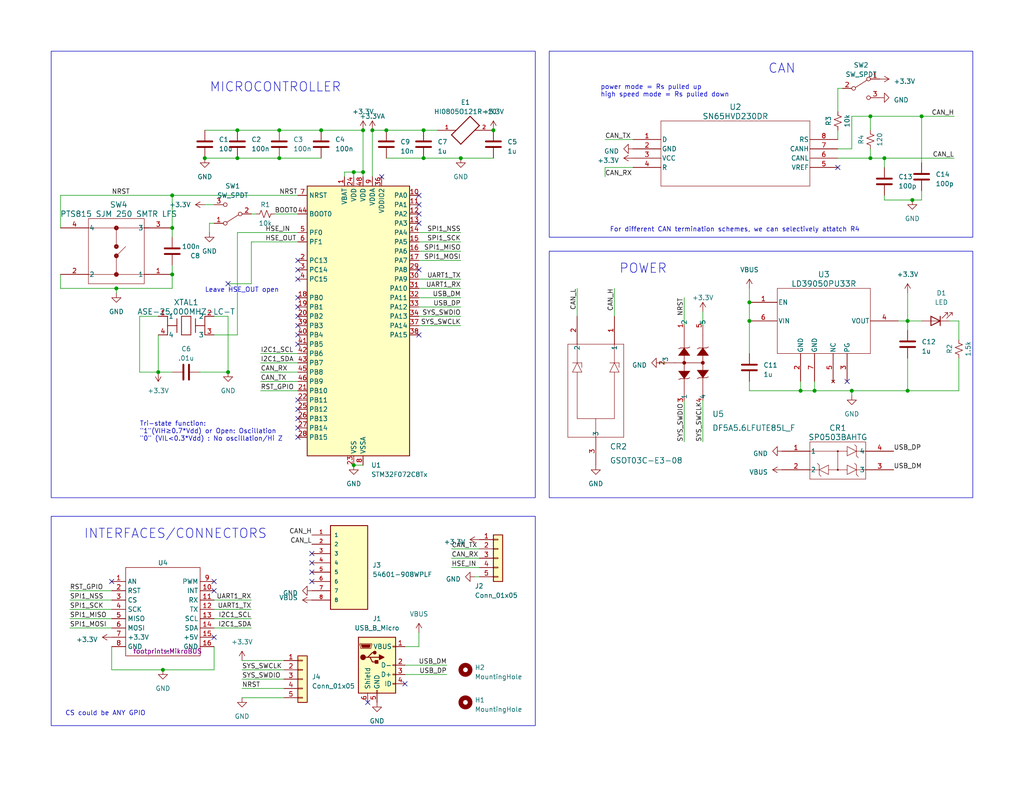
<source format=kicad_sch>
(kicad_sch (version 20230121) (generator eeschema)
  (paper "USLetter")
  (lib_symbols
    (symbol "2024-02-29_02-51-04:LD39050PU33R" (pin_names (offset 0.254))
      (property "Reference" "U3" (at 20.32 8.89 0))
      (property "Value" "LD39050PU33R" (at 20.32 6.35 0))
      (symbol "LD39050PU33R_1_1"
        (pin input line (at 0 1.27 0) (length 7.62) (name "EN") (number "1"))
        (pin power_in line (at 13.97 -20.32 90) (length 7.62) (name "GND") (number "2"))
        (pin power_in line (at 26.67 -20.32 90) (length 7.62) (name "PG") (number "3"))
        (pin output line (at 40.64 -3.81 180) (length 7.62) (name "VOUT") (number "4"))
        (pin no_connect line (at 22.86 -20.32 90) (length 7.62) (name "NC") (number "5"))
        (pin input line (at 0 -3.81 0) (length 7.62) (name "VIN") (number "6"))
        (pin power_in line (at 17.78 -20.32 90) (length 7.62) (name "GND") (number "7"))
      )
    )
    (symbol "2024-02-29_03-15-34:SP0503BAHTG" (pin_names (offset 0.254))
      (property "Reference" "CR" (at 15.24 7.62 0))
      (property "Value" "SP0503BAHTG" (at 15.24 5.08 0))
      (symbol "SP0503BAHTG_1_1"
        (pin unspecified line (at 0 0 0) (length 7.62) (name "1") (number "1"))
        (pin unspecified line (at 0 -5.08 0) (length 7.62) (name "2") (number "2"))
        (pin unspecified line (at 30.48 -5.08 180) (length 7.62) (name "3") (number "3"))
        (pin unspecified line (at 30.48 0 180) (length 7.62) (name "4") (number "4"))
      )
    )
    (symbol "2024-02-29_03-51-17:SN65HVD230DR" (pin_names (offset 0.254))
      (property "Reference" "U" (at 27.94 10.16 0))
      (property "Value" "SN65HVD230DR" (at 27.94 7.62 0))
      (symbol "SN65HVD230DR_1_1"
        (pin input line (at 0 0 0) (length 7.62) (name "D") (number "1"))
        (pin power_in line (at 0 -2.54 0) (length 7.62) (name "GND") (number "2"))
        (pin power_in line (at 0 -5.08 0) (length 7.62) (name "VCC") (number "3"))
        (pin input line (at 0 -7.62 0) (length 7.62) (name "R") (number "4"))
        (pin power_in line (at 55.88 -7.62 180) (length 7.62) (name "VREF") (number "5"))
        (pin output line (at 55.88 -5.08 180) (length 7.62) (name "CANL") (number "6"))
        (pin output line (at 55.88 -2.54 180) (length 7.62) (name "CANH") (number "7"))
        (pin input line (at 55.88 0 180) (length 7.62) (name "RS") (number "8"))
      )
    )
    (symbol "2024-03-01_20-51-15:ASE-25.000MHZ-LC-T" (pin_names (offset 0.254))
      (property "Reference" "XTAL" (at 7.62 2.54 0))
      (property "Value" "ASE-25.000MHZ-LC-T" (at 7.62 -7.62 0))
      (symbol "ASE-25.000MHZ-LC-T_0_1"
        (pin unspecified line (at 0 0 0) (length 2.54) (name "1") (number "1"))
        (pin unspecified line (at 15.24 0 180) (length 2.54) (name "2") (number "2"))
        (pin unspecified line (at 15.24 -5.08 180) (length 2.54) (name "3") (number "3"))
        (pin unspecified line (at 0 -5.08 0) (length 2.54) (name "4") (number "4"))
      )
    )
    (symbol "2024-03-30_20-00-54:GSOT03C-E3-08" (pin_names (offset 0.254))
      (property "Reference" "CR" (at 20.32 7.62 0))
      (property "Value" "GSOT03C-E3-08" (at 20.32 5.08 0))
      (symbol "GSOT03C-E3-08_0_1"
        (pin unspecified line (at 0 0 0) (length 7.62) (name "1") (number "1"))
        (pin unspecified line (at 0 -10.16 0) (length 7.62) (name "2") (number "2"))
        (pin unspecified line (at 40.64 -5.08 180) (length 7.62) (name "3") (number "3"))
      )
    )
    (symbol "2024-04-04_20-35-07:PTS815_SJM_250_SMTR_LFS" (pin_names (offset 0.254))
      (property "Reference" "SW" (at 30.48 -1.27 0))
      (property "Value" "PTS815 SJM 250 SMTR LFS" (at 30.48 -3.81 0))
      (symbol "PTS815_SJM_250_SMTR_LFS_0_1"
        (pin unspecified line (at 15.24 -8.89 0) (length 7.62) (name "1") (number "1"))
        (pin unspecified line (at 45.72 -8.89 180) (length 7.62) (name "2") (number "2"))
        (pin unspecified line (at 15.24 -21.59 0) (length 7.62) (name "3") (number "3"))
        (pin unspecified line (at 45.72 -21.59 180) (length 7.62) (name "4") (number "4"))
      )
    )
    (symbol "2024-04-04_22-53-06:DF5A5.6LFUTE85L_F" (pin_names (offset 0.254))
      (property "Reference" "U" (at 0 0 0))
      (property "Value" "DF5A5.6LFUTE85L_F" (at 0 0 0))
      (symbol "DF5A5.6LFUTE85L_F_0_1"
        (pin unspecified line (at -2.5146 -7.62 180) (length 0.0254) (name "2") (number "1"))
        (pin unspecified line (at 7.6454 -12.7 180) (length 0.0254) (name "3") (number "2"))
        (pin unspecified line (at 17.8054 -7.62 180) (length 0.0254) (name "1") (number "3"))
        (pin unspecified line (at 17.8054 -2.54 180) (length 0.0254) (name "4") (number "4"))
        (pin unspecified line (at -2.5146 -2.54 180) (length 0.0254) (name "5") (number "5"))
      )
    )
    (symbol "54601-908WPLF:54601-908WPLF" (pin_names (offset 1.016))
      (property "Reference" "J" (at -5.08 10.922 0))
      (property "Value" "54601-908WPLF" (at -5.08 -15.24 0))
      (symbol "54601-908WPLF_0_0"
        (pin passive line (at -10.16 7.62 0) (length 5.08) (name "1") (number "1"))
        (pin passive line (at -10.16 5.08 0) (length 5.08) (name "2") (number "2"))
        (pin passive line (at -10.16 2.54 0) (length 5.08) (name "3") (number "3"))
        (pin passive line (at -10.16 0 0) (length 5.08) (name "4") (number "4"))
        (pin passive line (at -10.16 -2.54 0) (length 5.08) (name "5") (number "5"))
        (pin passive line (at -10.16 -5.08 0) (length 5.08) (name "6") (number "6"))
        (pin passive line (at -10.16 -7.62 0) (length 5.08) (name "7") (number "7"))
        (pin passive line (at -10.16 -10.16 0) (length 5.08) (name "8") (number "8"))
      )
    )
    (symbol "54601-908WPLF:MikroBUS"
      (property "Reference" "U" (at -1.27 24.13 0))
      (symbol "MikroBUS_1_1"
        (pin passive line (at -15.24 19.05 0) (length 3.81) (name "AN") (number "1"))
        (pin passive line (at 12.7 16.51 180) (length 3.81) (name "INT") (number "10"))
        (pin passive line (at 12.7 13.97 180) (length 3.81) (name "RX") (number "11"))
        (pin passive line (at 12.7 11.43 180) (length 3.81) (name "TX") (number "12"))
        (pin passive line (at 12.7 8.89 180) (length 3.81) (name "SCL") (number "13"))
        (pin passive line (at 12.7 6.35 180) (length 3.81) (name "SDA") (number "14"))
        (pin passive line (at 12.7 3.81 180) (length 3.81) (name "+5V") (number "15"))
        (pin passive line (at 12.7 1.27 180) (length 3.81) (name "GND") (number "16"))
        (pin passive line (at -15.24 16.51 0) (length 3.81) (name "RST") (number "2"))
        (pin passive line (at -15.24 13.97 0) (length 3.81) (name "CS") (number "3"))
        (pin passive line (at -15.24 11.43 0) (length 3.81) (name "SCK") (number "4"))
        (pin passive line (at -15.24 8.89 0) (length 3.81) (name "MISO") (number "5"))
        (pin passive line (at -15.24 6.35 0) (length 3.81) (name "MOSI") (number "6"))
        (pin passive line (at -15.24 3.81 0) (length 3.81) (name "+3.3V") (number "7"))
        (pin passive line (at -15.24 1.27 0) (length 3.81) (name "GND") (number "8"))
        (pin passive line (at 12.7 19.05 180) (length 3.81) (name "PWM") (number "9"))
      )
    )
    (symbol "Connector:USB_B_Micro" (pin_names (offset 1.016))
      (property "Reference" "J1" (at 0 12.7 0))
      (property "Value" "USB_B_Micro" (at 0 10.16 0))
      (symbol "USB_B_Micro_1_1"
        (pin power_out line (at 7.62 5.08 180) (length 2.54) (name "VBUS") (number "1"))
        (pin bidirectional line (at 7.62 0 180) (length 2.54) (name "D-") (number "2"))
        (pin bidirectional line (at 7.62 -2.54 180) (length 2.54) (name "D+") (number "3"))
        (pin passive line (at 7.62 -5.08 180) (length 2.54) (name "ID") (number "4"))
        (pin power_out line (at 0 -10.16 90) (length 2.54) (name "GND") (number "5"))
        (pin passive line (at -2.54 -10.16 90) (length 2.54) (name "Shield") (number "6"))
      )
    )
    (symbol "Connector_Generic:Conn_01x05" (pin_names (offset 1.016) hide)
      (property "Reference" "J" (at 0 7.62 0))
      (property "Value" "Conn_01x05" (at 0 -7.62 0))
      (symbol "Conn_01x05_1_1"
        (pin passive line (at -5.08 5.08 0) (length 3.81) (name "Pin_1") (number "1"))
        (pin passive line (at -5.08 2.54 0) (length 3.81) (name "Pin_2") (number "2"))
        (pin passive line (at -5.08 0 0) (length 3.81) (name "Pin_3") (number "3"))
        (pin passive line (at -5.08 -2.54 0) (length 3.81) (name "Pin_4") (number "4"))
        (pin passive line (at -5.08 -5.08 0) (length 3.81) (name "Pin_5") (number "5"))
      )
    )
    (symbol "Device:C" (pin_numbers hide) (pin_names (offset 0.254))
      (property "Reference" "C" (at 0.635 2.54 0))
      (property "Value" "C" (at 0.635 -2.54 0))
      (symbol "C_1_1"
        (pin passive line (at 0 3.81 270) (length 2.794) (name "~") (number "1"))
        (pin passive line (at 0 -3.81 90) (length 2.794) (name "~") (number "2"))
      )
    )
    (symbol "Device:LED" (pin_numbers hide) (pin_names (offset 1.016) hide)
      (property "Reference" "D" (at 0 2.54 0))
      (property "Value" "LED" (at 0 -2.54 0))
      (symbol "LED_1_1"
        (pin passive line (at -3.81 0 0) (length 2.54) (name "K") (number "1"))
        (pin passive line (at 3.81 0 180) (length 2.54) (name "A") (number "2"))
      )
    )
    (symbol "Device:R_Small_US" (pin_numbers hide) (pin_names (offset 0.254) hide)
      (property "Reference" "R" (at 0.762 0.508 0))
      (property "Value" "R_Small_US" (at 0.762 -1.016 0))
      (symbol "R_Small_US_1_1"
        (pin passive line (at 0 2.54 270) (length 1.016) (name "~") (number "1"))
        (pin passive line (at 0 -2.54 90) (length 1.016) (name "~") (number "2"))
      )
    )
    (symbol "HI0805O121R-10:HI0805O121R-10" (pin_names (offset 1.016))
      (property "Reference" "E" (at -7.6244 5.0815 0))
      (property "Value" "HI0805O121R-10" (at -7.63 -7.6266 0))
      (symbol "HI0805O121R-10_0_0"
        (pin passive line (at -7.62 0 0) (length 5.08) (name "~") (number "1"))
        (pin passive line (at 7.62 0 180) (length 5.08) (name "~") (number "2"))
      )
    )
    (symbol "MCU_ST_STM32F0:STM32F072C8Tx"
      (property "Reference" "U" (at -12.7 39.37 0))
      (property "Value" "STM32F072C8Tx" (at 10.16 39.37 0))
      (symbol "STM32F072C8Tx_1_1"
        (pin power_in line (at -2.54 40.64 270) (length 2.54) (name "VBAT") (number "1"))
        (pin bidirectional line (at 17.78 35.56 180) (length 2.54) (name "PA0") (number "10"))
        (pin bidirectional line (at 17.78 33.02 180) (length 2.54) (name "PA1") (number "11"))
        (pin bidirectional line (at 17.78 30.48 180) (length 2.54) (name "PA2") (number "12"))
        (pin bidirectional line (at 17.78 27.94 180) (length 2.54) (name "PA3") (number "13"))
        (pin bidirectional line (at 17.78 25.4 180) (length 2.54) (name "PA4") (number "14"))
        (pin bidirectional line (at 17.78 22.86 180) (length 2.54) (name "PA5") (number "15"))
        (pin bidirectional line (at 17.78 20.32 180) (length 2.54) (name "PA6") (number "16"))
        (pin bidirectional line (at 17.78 17.78 180) (length 2.54) (name "PA7") (number "17"))
        (pin bidirectional line (at -15.24 7.62 0) (length 2.54) (name "PB0") (number "18"))
        (pin bidirectional line (at -15.24 5.08 0) (length 2.54) (name "PB1") (number "19"))
        (pin bidirectional line (at -15.24 17.78 0) (length 2.54) (name "PC13") (number "2"))
        (pin bidirectional line (at -15.24 2.54 0) (length 2.54) (name "PB2") (number "20"))
        (pin bidirectional line (at -15.24 -17.78 0) (length 2.54) (name "PB10") (number "21"))
        (pin bidirectional line (at -15.24 -20.32 0) (length 2.54) (name "PB11") (number "22"))
        (pin power_in line (at 0 -38.1 90) (length 2.54) (name "VSS") (number "23"))
        (pin power_in line (at 0 40.64 270) (length 2.54) (name "VDD") (number "24"))
        (pin bidirectional line (at -15.24 -22.86 0) (length 2.54) (name "PB12") (number "25"))
        (pin bidirectional line (at -15.24 -25.4 0) (length 2.54) (name "PB13") (number "26"))
        (pin bidirectional line (at -15.24 -27.94 0) (length 2.54) (name "PB14") (number "27"))
        (pin bidirectional line (at -15.24 -30.48 0) (length 2.54) (name "PB15") (number "28"))
        (pin bidirectional line (at 17.78 15.24 180) (length 2.54) (name "PA8") (number "29"))
        (pin bidirectional line (at -15.24 15.24 0) (length 2.54) (name "PC14") (number "3"))
        (pin bidirectional line (at 17.78 12.7 180) (length 2.54) (name "PA9") (number "30"))
        (pin bidirectional line (at 17.78 10.16 180) (length 2.54) (name "PA10") (number "31"))
        (pin bidirectional line (at 17.78 7.62 180) (length 2.54) (name "PA11") (number "32"))
        (pin bidirectional line (at 17.78 5.08 180) (length 2.54) (name "PA12") (number "33"))
        (pin bidirectional line (at 17.78 2.54 180) (length 2.54) (name "PA13") (number "34"))
        (pin passive line (at 0 -38.1 90) (length 2.54) hide (name "VSS") (number "35"))
        (pin power_in line (at 7.62 40.64 270) (length 2.54) (name "VDDIO2") (number "36"))
        (pin bidirectional line (at 17.78 0 180) (length 2.54) (name "PA14") (number "37"))
        (pin bidirectional line (at 17.78 -2.54 180) (length 2.54) (name "PA15") (number "38"))
        (pin bidirectional line (at -15.24 0 0) (length 2.54) (name "PB3") (number "39"))
        (pin bidirectional line (at -15.24 12.7 0) (length 2.54) (name "PC15") (number "4"))
        (pin bidirectional line (at -15.24 -2.54 0) (length 2.54) (name "PB4") (number "40"))
        (pin bidirectional line (at -15.24 -5.08 0) (length 2.54) (name "PB5") (number "41"))
        (pin bidirectional line (at -15.24 -7.62 0) (length 2.54) (name "PB6") (number "42"))
        (pin bidirectional line (at -15.24 -10.16 0) (length 2.54) (name "PB7") (number "43"))
        (pin input line (at -15.24 30.48 0) (length 2.54) (name "BOOT0") (number "44"))
        (pin bidirectional line (at -15.24 -12.7 0) (length 2.54) (name "PB8") (number "45"))
        (pin bidirectional line (at -15.24 -15.24 0) (length 2.54) (name "PB9") (number "46"))
        (pin passive line (at 0 -38.1 90) (length 2.54) hide (name "VSS") (number "47"))
        (pin power_in line (at 2.54 40.64 270) (length 2.54) (name "VDD") (number "48"))
        (pin bidirectional line (at -15.24 25.4 0) (length 2.54) (name "PF0") (number "5"))
        (pin bidirectional line (at -15.24 22.86 0) (length 2.54) (name "PF1") (number "6"))
        (pin input line (at -15.24 35.56 0) (length 2.54) (name "NRST") (number "7"))
        (pin power_in line (at 2.54 -38.1 90) (length 2.54) (name "VSSA") (number "8"))
        (pin power_in line (at 5.08 40.64 270) (length 2.54) (name "VDDA") (number "9"))
      )
    )
    (symbol "Mechanical:MountingHole" (pin_names (offset 1.016))
      (property "Reference" "H" (at 0 5.08 0))
      (property "Value" "MountingHole" (at 0 3.175 0))
    )
    (symbol "Switch:SW_SPDT" (pin_names (offset 0) hide)
      (property "Reference" "SW" (at 0 4.318 0))
      (property "Value" "SW_SPDT" (at 0 -5.08 0))
      (symbol "SW_SPDT_1_1"
        (pin passive line (at 5.08 2.54 180) (length 2.54) (name "A") (number "1"))
        (pin passive line (at -5.08 0 0) (length 2.54) (name "B") (number "2"))
        (pin passive line (at 5.08 -2.54 180) (length 2.54) (name "C") (number "3"))
      )
    )
    (symbol "power:+3.3V" (power) (pin_names (offset 0))
      (property "Value" "+3.3V" (at 0 3.556 0))
      (symbol "+3.3V_1_1"
        (pin power_in line (at 0 0 90) (length 0) hide (name "+3.3V") (number "1"))
      )
    )
    (symbol "power:+3.3VA" (power) (pin_names (offset 0))
      (property "Value" "+3.3VA" (at 0 3.556 0))
      (symbol "+3.3VA_1_1"
        (pin power_in line (at 0 0 90) (length 0) hide (name "+3.3VA") (number "1"))
      )
    )
    (symbol "power:GND" (power) (pin_names (offset 0))
      (property "Value" "GND" (at 0 -3.81 0))
      (symbol "GND_1_1"
        (pin power_in line (at 0 0 270) (length 0) hide (name "GND") (number "1"))
      )
    )
    (symbol "power:VBUS" (power) (pin_names (offset 0))
      (property "Value" "VBUS" (at 0 3.81 0))
      (symbol "VBUS_1_1"
        (pin power_in line (at 0 0 90) (length 0) hide (name "VBUS") (number "1"))
      )
    )
  )
  (junction (at 247.65 87.63))
  (junction (at 87.63 35.56))
  (junction (at 125.73 43.18))
  (junction (at 43.18 101.6))
  (junction (at 62.23 101.6))
  (junction (at 232.41 106.68))
  (junction (at 46.99 53.34))
  (junction (at 64.77 35.56))
  (junction (at 99.06 46.99))
  (junction (at 96.52 46.99))
  (junction (at 241.3 43.18))
  (junction (at 76.2 35.56))
  (junction (at 96.52 127))
  (junction (at 251.46 31.75))
  (junction (at 46.99 62.23))
  (junction (at 204.47 87.63))
  (junction (at 115.57 35.56))
  (junction (at 218.44 106.68))
  (junction (at 44.45 182.88))
  (junction (at 222.25 106.68))
  (junction (at 115.57 43.18))
  (junction (at 105.41 35.56))
  (junction (at 101.6 35.56))
  (junction (at 46.99 74.93))
  (junction (at 31.75 78.74))
  (junction (at 247.65 106.68))
  (junction (at 248.92 54.61))
  (junction (at 204.47 82.55))
  (junction (at 64.77 43.18))
  (junction (at 134.62 35.56))
  (junction (at 76.2 43.18))
  (junction (at 237.49 43.18))
  (junction (at 99.06 35.56))
  (junction (at 237.49 31.75))
  (junction (at 55.88 43.18))
  (no_connect (at 81.28 88.9))
  (no_connect (at 30.48 158.75))
  (no_connect (at 85.09 156.21))
  (no_connect (at 114.3 53.34))
  (no_connect (at 114.3 55.88))
  (no_connect (at 100.33 191.77))
  (no_connect (at 81.28 86.36))
  (no_connect (at 81.28 81.28))
  (no_connect (at 58.42 161.29))
  (no_connect (at 81.28 91.44))
  (no_connect (at 114.3 91.44))
  (no_connect (at 81.28 119.38))
  (no_connect (at 81.28 76.2))
  (no_connect (at 104.14 48.26))
  (no_connect (at 231.14 104.14))
  (no_connect (at 114.3 60.96))
  (no_connect (at 81.28 114.3))
  (no_connect (at 85.09 158.75))
  (no_connect (at 81.28 109.22))
  (no_connect (at 81.28 73.66))
  (no_connect (at 81.28 71.12))
  (no_connect (at 114.3 73.66))
  (no_connect (at 81.28 111.76))
  (no_connect (at 58.42 158.75))
  (no_connect (at 228.6 45.72))
  (no_connect (at 85.09 153.67))
  (no_connect (at 81.28 93.98))
  (no_connect (at 114.3 58.42))
  (no_connect (at 58.42 173.99))
  (no_connect (at 62.23 77.47))
  (no_connect (at 81.28 83.82))
  (no_connect (at 81.28 116.84))
  (no_connect (at 110.49 186.69))
  (no_connect (at 85.09 151.13))
  (wire (pts (xy 62.23 77.47) (xy 68.58 77.47)))
  (wire (pts (xy 180.34 99.0854) (xy 181.61 99.0854)))
  (wire (pts (xy 180.34 99.0854) (xy 180.34 99.06)))
  (wire (pts (xy 76.2 35.56) (xy 87.63 35.56)))
  (wire (pts (xy 46.99 62.23) (xy 46.99 64.77)))
  (wire (pts (xy 130.81 149.86) (xy 123.19 149.86)))
  (wire (pts (xy 204.47 82.55) (xy 204.47 78.74)))
  (wire (pts (xy 66.04 190.5) (xy 77.47 190.5)))
  (wire (pts (xy 16.51 74.93) (xy 16.51 78.74)))
  (wire (pts (xy 46.99 53.34) (xy 81.28 53.34)))
  (wire (pts (xy 16.51 53.34) (xy 46.99 53.34)))
  (wire (pts (xy 101.6 35.56) (xy 101.6 48.26)))
  (wire (pts (xy 30.48 182.88) (xy 44.45 182.88)))
  (wire (pts (xy 232.41 106.68) (xy 247.65 106.68)))
  (wire (pts (xy 247.65 87.63) (xy 247.65 90.17)))
  (wire (pts (xy 241.3 43.18) (xy 237.49 43.18)))
  (wire (pts (xy 114.3 68.58) (xy 125.73 68.58)))
  (wire (pts (xy 76.2 43.18) (xy 87.63 43.18)))
  (wire (pts (xy 114.3 76.2) (xy 125.73 76.2)))
  (wire (pts (xy 241.3 54.61) (xy 248.92 54.61)))
  (wire (pts (xy 114.3 66.04) (xy 125.73 66.04)))
  (wire (pts (xy 110.49 176.53) (xy 114.3 176.53)))
  (wire (pts (xy 68.58 58.42) (xy 69.85 58.42)))
  (wire (pts (xy 222.25 106.68) (xy 222.25 104.14)))
  (wire (pts (xy 114.3 88.9) (xy 125.73 88.9)))
  (wire (pts (xy 31.75 78.74) (xy 31.75 80.01)))
  (wire (pts (xy 218.44 106.68) (xy 222.25 106.68)))
  (wire (pts (xy 251.46 31.75) (xy 251.46 44.45)))
  (wire (pts (xy 64.77 43.18) (xy 76.2 43.18)))
  (wire (pts (xy 245.11 87.63) (xy 247.65 87.63)))
  (wire (pts (xy 64.77 63.5) (xy 64.77 91.44)))
  (wire (pts (xy 58.42 166.37) (xy 68.58 166.37)))
  (wire (pts (xy 228.6 43.18) (xy 237.49 43.18)))
  (wire (pts (xy 251.46 31.75) (xy 260.35 31.75)))
  (wire (pts (xy 74.93 58.42) (xy 81.28 58.42)))
  (wire (pts (xy 30.48 166.37) (xy 19.05 166.37)))
  (wire (pts (xy 71.12 96.52) (xy 81.28 96.52)))
  (wire (pts (xy 38.1 101.6) (xy 43.18 101.6)))
  (wire (pts (xy 165.1 45.72) (xy 172.72 45.72)))
  (wire (pts (xy 46.99 72.39) (xy 46.99 74.93)))
  (wire (pts (xy 66.04 180.34) (xy 77.47 180.34)))
  (wire (pts (xy 71.12 106.68) (xy 81.28 106.68)))
  (wire (pts (xy 229.87 24.13) (xy 228.6 24.13)))
  (wire (pts (xy 55.88 43.18) (xy 64.77 43.18)))
  (wire (pts (xy 228.6 24.13) (xy 228.6 30.48)))
  (wire (pts (xy 46.99 53.34) (xy 46.99 62.23)))
  (wire (pts (xy 115.57 43.18) (xy 125.73 43.18)))
  (wire (pts (xy 186.69 109.2454) (xy 186.69 120.6246)))
  (wire (pts (xy 247.65 106.68) (xy 247.65 97.79)))
  (wire (pts (xy 167.64 86.36) (xy 167.64 78.74)))
  (wire (pts (xy 31.75 78.74) (xy 16.51 78.74)))
  (wire (pts (xy 204.47 106.68) (xy 218.44 106.68)))
  (wire (pts (xy 232.41 40.64) (xy 232.41 31.75)))
  (wire (pts (xy 114.3 78.74) (xy 125.73 78.74)))
  (wire (pts (xy 125.73 81.28) (xy 114.3 81.28)))
  (wire (pts (xy 157.48 78.74) (xy 157.48 86.36)))
  (wire (pts (xy 101.6 35.56) (xy 105.41 35.56)))
  (wire (pts (xy 31.75 78.74) (xy 46.99 78.74)))
  (wire (pts (xy 125.73 43.18) (xy 134.62 43.18)))
  (wire (pts (xy 186.69 81.28) (xy 186.69 88.9254)))
  (wire (pts (xy 58.42 60.96) (xy 57.15 60.96)))
  (wire (pts (xy 30.48 168.91) (xy 19.05 168.91)))
  (wire (pts (xy 19.05 161.29) (xy 30.48 161.29)))
  (wire (pts (xy 30.48 163.83) (xy 19.05 163.83)))
  (wire (pts (xy 114.3 63.5) (xy 125.73 63.5)))
  (wire (pts (xy 43.18 91.44) (xy 43.18 101.6)))
  (wire (pts (xy 68.58 66.04) (xy 81.28 66.04)))
  (wire (pts (xy 99.06 46.99) (xy 96.52 46.99)))
  (wire (pts (xy 62.23 101.6) (xy 54.61 101.6)))
  (wire (pts (xy 204.47 104.14) (xy 204.47 106.68)))
  (wire (pts (xy 261.62 87.63) (xy 261.62 92.71)))
  (wire (pts (xy 30.48 171.45) (xy 19.05 171.45)))
  (wire (pts (xy 96.52 127) (xy 99.06 127)))
  (wire (pts (xy 228.6 35.56) (xy 228.6 38.1)))
  (wire (pts (xy 125.73 83.82) (xy 114.3 83.82)))
  (wire (pts (xy 191.77 120.6246) (xy 191.77 109.2454)))
  (wire (pts (xy 58.42 86.36) (xy 62.23 86.36)))
  (wire (pts (xy 232.41 107.95) (xy 232.41 106.68)))
  (wire (pts (xy 46.99 101.6) (xy 43.18 101.6)))
  (wire (pts (xy 261.62 97.79) (xy 261.62 106.68)))
  (wire (pts (xy 165.1 38.1) (xy 172.72 38.1)))
  (wire (pts (xy 248.92 54.61) (xy 251.46 54.61)))
  (wire (pts (xy 43.18 86.36) (xy 38.1 86.36)))
  (wire (pts (xy 114.3 86.36) (xy 125.73 86.36)))
  (wire (pts (xy 16.51 62.23) (xy 16.51 53.34)))
  (wire (pts (xy 87.63 35.56) (xy 99.06 35.56)))
  (wire (pts (xy 55.88 55.88) (xy 58.42 55.88)))
  (wire (pts (xy 114.3 71.12) (xy 125.73 71.12)))
  (wire (pts (xy 261.62 106.68) (xy 247.65 106.68)))
  (wire (pts (xy 30.48 176.53) (xy 30.48 182.88)))
  (wire (pts (xy 57.15 60.96) (xy 57.15 63.5)))
  (wire (pts (xy 55.88 35.56) (xy 64.77 35.56)))
  (wire (pts (xy 64.77 63.5) (xy 81.28 63.5)))
  (wire (pts (xy 237.49 31.75) (xy 237.49 35.56)))
  (wire (pts (xy 71.12 101.6) (xy 81.28 101.6)))
  (wire (pts (xy 259.08 87.63) (xy 261.62 87.63)))
  (wire (pts (xy 251.46 52.07) (xy 251.46 54.61)))
  (wire (pts (xy 66.04 185.42) (xy 77.47 185.42)))
  (wire (pts (xy 165.1 48.26) (xy 165.1 45.72)))
  (wire (pts (xy 218.44 106.68) (xy 218.44 104.14)))
  (wire (pts (xy 241.3 43.18) (xy 260.35 43.18)))
  (wire (pts (xy 99.06 35.56) (xy 99.06 46.99)))
  (wire (pts (xy 93.98 46.99) (xy 93.98 48.26)))
  (wire (pts (xy 99.06 46.99) (xy 99.06 48.26)))
  (wire (pts (xy 247.65 87.63) (xy 251.46 87.63)))
  (wire (pts (xy 68.58 171.45) (xy 58.42 171.45)))
  (wire (pts (xy 121.92 181.61) (xy 110.49 181.61)))
  (wire (pts (xy 115.57 35.56) (xy 119.38 35.56)))
  (wire (pts (xy 247.65 87.63) (xy 247.65 80.01)))
  (wire (pts (xy 232.41 31.75) (xy 237.49 31.75)))
  (wire (pts (xy 222.25 106.68) (xy 232.41 106.68)))
  (wire (pts (xy 228.6 40.64) (xy 232.41 40.64)))
  (wire (pts (xy 96.52 46.99) (xy 96.52 48.26)))
  (wire (pts (xy 241.3 53.34) (xy 241.3 54.61)))
  (wire (pts (xy 237.49 43.18) (xy 237.49 40.64)))
  (wire (pts (xy 66.04 182.88) (xy 77.47 182.88)))
  (wire (pts (xy 44.45 182.88) (xy 58.42 182.88)))
  (wire (pts (xy 58.42 182.88) (xy 58.42 176.53)))
  (wire (pts (xy 64.77 35.56) (xy 76.2 35.56)))
  (wire (pts (xy 204.47 87.63) (xy 204.47 96.52)))
  (wire (pts (xy 68.58 77.47) (xy 68.58 66.04)))
  (wire (pts (xy 121.92 184.15) (xy 110.49 184.15)))
  (wire (pts (xy 114.3 172.72) (xy 114.3 176.53)))
  (wire (pts (xy 58.42 91.44) (xy 64.77 91.44)))
  (wire (pts (xy 123.19 152.4) (xy 130.81 152.4)))
  (wire (pts (xy 68.58 168.91) (xy 58.42 168.91)))
  (wire (pts (xy 71.12 99.06) (xy 81.28 99.06)))
  (wire (pts (xy 71.12 104.14) (xy 81.28 104.14)))
  (wire (pts (xy 105.41 35.56) (xy 115.57 35.56)))
  (wire (pts (xy 96.52 46.99) (xy 93.98 46.99)))
  (wire (pts (xy 191.77 85.09) (xy 191.77 88.9254)))
  (wire (pts (xy 241.3 45.72) (xy 241.3 43.18)))
  (wire (pts (xy 58.42 163.83) (xy 68.58 163.83)))
  (wire (pts (xy 115.57 43.18) (xy 105.41 43.18)))
  (wire (pts (xy 129.54 157.48) (xy 130.81 157.48)))
  (wire (pts (xy 204.47 82.55) (xy 204.47 87.63)))
  (wire (pts (xy 237.49 31.75) (xy 251.46 31.75)))
  (wire (pts (xy 46.99 78.74) (xy 46.99 74.93)))
  (wire (pts (xy 38.1 86.36) (xy 38.1 101.6)))
  (wire (pts (xy 130.81 154.94) (xy 123.19 154.94)))
  (wire (pts (xy 66.04 187.96) (xy 77.47 187.96)))
  (wire (pts (xy 62.23 86.36) (xy 62.23 101.6)))
  (rectangle (start 149.86 68.58) (end 265.43 135.89))
  (rectangle (start 13.97 13.97) (end 146.05 135.89))
  (rectangle (start 149.86 13.97) (end 265.43 64.77))
  (rectangle (start 13.97 140.97) (end 146.05 198.12))
  (text "POWER" (at 168.91 74.93 0) (effects (font (size 2.54 2.54)) (justify left bottom)))
  (text "CAN" (at 209.55 20.32 0) (effects (font (size 2.54 2.54)) (justify left bottom)))
  (text "power mode = Rs pulled up \nhigh speed mode = Rs pulled down" (at 163.83 26.67 0) (effects (font (size 1.27 1.27)) (justify left bottom)))
  (text "For different CAN termination schemes, we can selectively attatch R4" (at 166.37 63.5 0) (effects (font (size 1.27 1.27)) (justify left bottom)))
  (text "MICROCONTROLLER" (at 57.15 25.4 0) (effects (font (size 2.54 2.54)) (justify left bottom)))
  (text "Leave HSE_OUT open" (at 55.88 80.01 0) (effects (font (size 1.27 1.27)) (justify left bottom)))
  (text "INTERFACES/CONNECTORS\n" (at 22.86 147.32 0) (effects (font (size 2.54 2.54)) (justify left bottom)))
  (text "Tri-state function: \n\"1\"(VIH≥0.7*Vdd) or Open: Oscillation\n\"0\" (VIL<0.3*Vdd) : No oscillation/Hi Z" (at 38.1 120.65 0) (effects (font (size 1.27 1.27)) (justify left bottom)))
  (text "CS could be ANY GPIO" (at 17.78 195.58 0) (effects (font (size 1.27 1.27)) (justify left bottom)))
  (label "NRST" (at 186.69 81.28 270))
  (label "SPI1_SCK" (at 19.05 166.37 0))
  (label "USB_DM" (at 243.84 128.27 0))
  (label "SYS_SWDIO" (at 186.69 120.6246 90))
  (label "I2C1_SCL" (at 71.12 96.52 0))
  (label "SPI1_MOSI" (at 125.73 71.12 180))
  (label "USB_DP" (at 243.84 123.19 0))
  (label "SPI1_MISO" (at 125.73 68.58 180))
  (label "CAN_TX" (at 71.12 104.14 0))
  (label "SYS_SWCLK" (at 66.04 182.88 0))
  (label "SYS_SWCLK" (at 125.73 88.9 180))
  (label "HSE_OUT" (at 72.39 66.04 0))
  (label "SYS_SWDIO" (at 125.73 86.36 180))
  (label "UART1_RX" (at 125.73 78.74 180))
  (label "UART1_RX" (at 68.58 163.83 180))
  (label "USB_DP" (at 121.92 184.15 180))
  (label "USB_DM" (at 121.92 181.61 180))
  (label "BOOT0" (at 74.93 58.42 0))
  (label "SPI1_MOSI" (at 19.05 171.45 0))
  (label "CAN_H" (at 260.35 31.75 180))
  (label "USB_DM" (at 125.73 81.28 180))
  (label "USB_DP" (at 125.73 83.82 180))
  (label "CAN_TX" (at 123.19 149.86 0))
  (label "CAN_TX" (at 165.1 38.1 0))
  (label "HSE_IN" (at 72.39 63.5 0))
  (label "UART1_TX" (at 68.58 166.37 180))
  (label "CAN_RX" (at 123.19 152.4 0))
  (label "RST_GPIO" (at 19.05 161.29 0))
  (label "SPI1_NSS" (at 125.73 63.5 180))
  (label "SPI1_NSS" (at 19.05 163.83 0))
  (label "I2C1_SCL" (at 68.58 168.91 180))
  (label "CAN_RX" (at 165.1 48.26 0))
  (label "SYS_SWDIO" (at 66.04 185.42 0))
  (label "I2C1_SDA" (at 71.12 99.06 0))
  (label "CAN_H" (at 85.09 146.05 180))
  (label "RST_GPIO" (at 71.12 106.68 0))
  (label "CAN_RX" (at 71.12 101.6 0))
  (label "NRST" (at 30.48 53.34 0))
  (label "CAN_L" (at 85.09 148.59 180))
  (label "SYS_SWCLK" (at 191.77 120.6246 90))
  (label "CAN_H" (at 167.64 78.74 270))
  (label "NRST" (at 66.04 187.96 0))
  (label "CAN_L" (at 157.48 78.74 270))
  (label "SPI1_SCK" (at 125.73 66.04 180))
  (label "HSE_IN" (at 123.19 154.94 0))
  (label "SPI1_MISO" (at 19.05 168.91 0))
  (label "UART1_TX" (at 125.73 76.2 180))
  (label "I2C1_SDA" (at 68.58 171.45 180))
  (label "NRST" (at 76.2 53.34 0))
  (label "CAN_L" (at 260.35 43.18 180))
  (symbol (lib_id "power:+3.3V") (at 130.81 147.32 90) (unit 1)
    (property "Reference" "#PWR032" (effects hide))
    (property "Value" "+3.3V" (at 127 147.955 90) (effects (justify left)))
  )
  (symbol (lib_id "power:GND") (at 180.34 99.06 270) (unit 1)
    (property "Reference" "#PWR030" (effects hide))
    (property "Value" "GND" (at 176.53 99.695 90) (effects (justify right)))
  )
  (symbol (lib_id "power:VBUS") (at 213.36 128.27 90) (unit 1)
    (property "Reference" "#PWR015" (effects hide))
    (property "Value" "VBUS" (at 209.55 128.905 90) (effects (justify left)))
  )
  (symbol (lib_id "power:GND") (at 232.41 107.95 0) (unit 1)
    (property "Reference" "#PWR019" (effects hide))
    (property "Value" "GND" (at 232.41 113.03 0))
  )
  (symbol (lib_id "power:GND") (at 162.56 127 0) (unit 1)
    (property "Reference" "#PWR029" (effects hide))
    (property "Value" "GND" (at 162.56 132.08 0))
  )
  (symbol (lib_id "power:GND") (at 102.87 191.77 0) (mirror y) (unit 1)
    (property "Reference" "#PWR013" (effects hide))
    (property "Value" "GND" (at 102.87 196.85 0))
  )
  (symbol (lib_id "power:VBUS") (at 204.47 78.74 0) (unit 1)
    (property "Reference" "#PWR014" (effects hide))
    (property "Value" "VBUS" (at 204.47 73.66 0))
  )
  (symbol (lib_id "HI0805O121R-10:HI0805O121R-10") (at 127 35.56 0) (unit 1)
    (property "Reference" "E1" (at 127 27.94 0))
    (property "Value" "HI0805O121R-10" (at 127 30.48 0))
    (property "Footprint" "footprints:FB_HI0805O121R-10" (effects hide))
    (property "Datasheet" "https://www.digikey.com/en/products/detail/laird-signal-integrity-products/HI0805O121R-10/806632" (effects hide))
    (property "STANDARD" "Manufacturer Recommendations" (effects hide))
    (property "MAXIMUM_PACKAGE_HEIGHT" "1.1 mm" (effects hide))
    (property "MANUFACTURER" "Laird" (effects hide))
  )
  (symbol (lib_id "power:GND") (at 57.15 63.5 0) (unit 1)
    (property "Reference" "#PWR09" (effects hide))
    (property "Value" "GND" (at 57.15 68.58 0))
  )
  (symbol (lib_id "Connector:USB_B_Micro") (at 102.87 181.61 0) (unit 1)
    (property "Reference" "J1" (at 102.87 168.91 0))
    (property "Value" "USB_B_Micro" (at 102.87 171.45 0))
    (property "Footprint" "footprints:AMPHENOL_10118194-0001LF" (effects hide))
    (property "Datasheet" "https://www.digikey.com/en/products/detail/amphenol-cs-fci/10118194-0001LF/2785389" (effects hide))
  )
  (symbol (lib_id "Device:C") (at 247.65 93.98 0) (unit 1)
    (property "Reference" "C12" (at 251.46 93.345 0) (effects (justify left)))
    (property "Value" "1u" (at 251.46 95.885 0) (effects (justify left)))
    (property "Footprint" "Resistor_SMD:R_0805_2012Metric_Pad1.20x1.40mm_HandSolder" (effects hide))
  )
  (symbol (lib_id "Device:R_Small_US") (at 237.49 38.1 180) (unit 1)
    (property "Reference" "R4" (at 234.95 38.1 90))
    (property "Value" "120" (at 240.03 38.1 90))
    (property "Footprint" "Resistor_SMD:R_0805_2012Metric_Pad1.20x1.40mm_HandSolder" (effects hide))
  )
  (symbol (lib_id "Switch:SW_SPDT") (at 63.5 58.42 180) (unit 1)
    (property "Reference" "SW1" (at 63.5 50.8 0))
    (property "Value" "SW_SPDT" (at 63.5 53.34 0))
    (property "Footprint" "footprints:1825232-1_TEC" (effects hide))
    (property "Datasheet" "https://www.digikey.com/en/products/detail/te-connectivity-alcoswitch-switches/1825232-1/4021554" (effects hide))
  )
  (symbol (lib_id "power:+3.3V") (at 43.18 101.6 180) (unit 1)
    (property "Reference" "#PWR04" (effects hide))
    (property "Value" "+3.3V" (at 43.18 106.68 0))
  )
  (symbol (lib_id "Device:C") (at 204.47 100.33 0) (unit 1)
    (property "Reference" "C11" (at 208.28 99.695 0) (effects (justify left)))
    (property "Value" "1u" (at 208.28 102.235 0) (effects (justify left)))
    (property "Footprint" "Resistor_SMD:R_0805_2012Metric_Pad1.20x1.40mm_HandSolder" (effects hide))
  )
  (symbol (lib_id "2024-02-29_02-51-04:LD39050PU33R") (at 204.47 83.82 0) (unit 1)
    (property "Reference" "U3" (at 224.79 74.93 0) (effects (font (size 1.524 1.524))))
    (property "Value" "LD39050PU33R" (at 224.79 77.47 0) (effects (font (size 1.524 1.524))))
    (property "Footprint" "footprints:DFN6_3X3_STM-L" (effects hide))
    (property "Datasheet" "https://www.digikey.com/en/products/detail/stmicroelectronics/LD39050PU33R/2039876" (effects hide))
  )
  (symbol (lib_id "power:+3.3V") (at 66.04 180.34 0) (unit 1)
    (property "Reference" "#PWR017" (effects hide))
    (property "Value" "+3.3V" (at 66.04 175.26 0))
  )
  (symbol (lib_id "power:+3.3V") (at 134.62 35.56 0) (unit 1)
    (property "Reference" "#PWR034" (effects hide))
    (property "Value" "+3.3V" (at 134.62 30.48 0))
  )
  (symbol (lib_id "2024-03-30_20-00-54:GSOT03C-E3-08") (at 167.64 86.36 270) (unit 1)
    (property "Reference" "CR2" (at 166.37 121.92 90) (effects (font (size 1.524 1.524)) (justify left)))
    (property "Value" "GSOT03C-E3-08" (at 166.37 125.73 90) (effects (font (size 1.524 1.524)) (justify left)))
    (property "Footprint" "SOT_03C-E3-08_VIS" (effects hide))
    (property "Datasheet" "https://www.digikey.com/en/products/detail/vishay-general-semiconductor-diodes-division/GSOT03C-E3-08/1680560" (effects hide))
  )
  (symbol (lib_id "power:GND") (at 44.45 182.88 0) (unit 1)
    (property "Reference" "#PWR026" (effects hide))
    (property "Value" "GND" (at 44.45 187.96 0))
  )
  (symbol (lib_id "2024-04-04_22-53-06:DF5A5.6LFUTE85L_F") (at 194.31 91.44 270) (unit 1)
    (property "Reference" "U5" (at 194.31 113.03 90) (effects (font (size 1.524 1.524)) (justify left)))
    (property "Value" "DF5A5.6LFUTE85L_F" (at 194.31 116.84 90) (effects (font (size 1.524 1.524)) (justify left)))
    (property "Footprint" "footprints:SOT-353   USV_TOS" (effects hide))
    (property "Datasheet" "https://www.digikey.com/en/products/detail/toshiba-semiconductor-and-storage/DF5A5-6LFU-TE85L-F/4781009" (effects hide))
  )
  (symbol (lib_id "2024-02-29_03-15-34:SP0503BAHTG") (at 213.36 123.19 0) (unit 1)
    (property "Reference" "CR1" (at 228.6 116.84 0) (effects (font (size 1.524 1.524))))
    (property "Value" "SP0503BAHTG" (at 228.6 119.38 0) (effects (font (size 1.524 1.524))))
    (property "Footprint" "footprints:TVS-SP05_LTF-L" (effects hide))
    (property "Datasheet" "https://www.digikey.com/en/products/detail/littelfuse-inc/SP0503BAHTG/1154308" (effects hide))
  )
  (symbol (lib_id "2024-02-29_03-51-17:SN65HVD230DR") (at 172.72 38.1 0) (unit 1)
    (property "Reference" "U2" (at 200.66 29.21 0) (effects (font (size 1.524 1.524))))
    (property "Value" "SN65HVD230DR" (at 200.66 31.75 0) (effects (font (size 1.524 1.524))))
    (property "Footprint" "footprints:D8-L" (effects hide))
    (property "Datasheet" "https://www.digikey.com/en/products/detail/texas-instruments/SN65HVD230DR/404367" (effects hide))
  )
  (symbol (lib_id "power:VBUS") (at 85.09 163.83 90) (mirror x) (unit 1)
    (property "Reference" "#PWR023" (effects hide))
    (property "Value" "VBUS" (at 81.28 163.195 90) (effects (justify left)))
  )
  (symbol (lib_id "Device:R_Small_US") (at 72.39 58.42 90) (unit 1)
    (property "Reference" "R1" (at 72.39 55.88 90))
    (property "Value" "10k" (at 72.39 60.96 90))
    (property "Footprint" "Resistor_SMD:R_0805_2012Metric_Pad1.20x1.40mm_HandSolder" (effects hide))
  )
  (symbol (lib_id "power:GND") (at 129.54 157.48 270) (unit 1)
    (property "Reference" "#PWR033" (effects hide))
    (property "Value" "GND" (at 125.73 158.115 90) (effects (justify right)))
  )
  (symbol (lib_id "Device:C") (at 64.77 39.37 0) (unit 1)
    (property "Reference" "C2" (at 68.58 38.1 0) (effects (justify left)))
    (property "Value" "100n" (at 68.58 40.64 0) (effects (justify left)))
    (property "Footprint" "Resistor_SMD:R_0805_2012Metric_Pad1.20x1.40mm_HandSolder" (effects hide))
  )
  (symbol (lib_id "Mechanical:MountingHole") (at 127 182.88 0) (unit 1)
    (property "Reference" "H2" (at 129.54 182.245 0) (effects (justify left)))
    (property "Value" "MountingHole" (at 129.54 184.785 0) (effects (justify left)))
    (property "Footprint" "MountingHole:MountingHole_2.5mm" (effects hide))
    (property "Datasheet" "N/A" (effects hide))
    (property "Digikey Link" "N/A" (effects hide))
    (property "MANUFACTURER" "N/A" (effects hide))
  )
  (symbol (lib_id "power:+3.3V") (at 247.65 80.01 0) (unit 1)
    (property "Reference" "#PWR016" (effects hide))
    (property "Value" "+3.3V" (at 247.65 74.93 0))
  )
  (symbol (lib_id "Device:C") (at 55.88 39.37 0) (unit 1)
    (property "Reference" "C1" (at 59.69 38.1 0) (effects (justify left)))
    (property "Value" "10u" (at 59.69 40.64 0) (effects (justify left)))
    (property "Footprint" "Resistor_SMD:R_0805_2012Metric_Pad1.20x1.40mm_HandSolder" (effects hide))
  )
  (symbol (lib_id "Device:C") (at 251.46 48.26 0) (unit 1)
    (property "Reference" "C14" (at 255.27 47.625 0) (effects (justify left)))
    (property "Value" "100p" (at 255.27 50.165 0) (effects (justify left)))
    (property "Footprint" "Resistor_SMD:R_0805_2012Metric_Pad1.20x1.40mm_HandSolder" (effects hide))
  )
  (symbol (lib_id "2024-03-01_20-51-15:ASE-25.000MHZ-LC-T") (at 43.18 86.36 0) (unit 1)
    (property "Reference" "XTAL1" (at 50.8 82.55 0) (effects (font (size 1.524 1.524))))
    (property "Value" "ASE-25.000MHZ-LC-T" (at 50.8 85.09 0) (effects (font (size 1.524 1.524))))
    (property "Footprint" "footprints:CHIP_ASE-24_ABR-L" (effects hide))
    (property "Datasheet" "https://www.digikey.com/en/products/detail/abracon-llc/ASE-25-000MHZ-L-C-T/1236885" (effects hide))
  )
  (symbol (lib_id "power:+3.3V") (at 191.77 85.09 0) (unit 1)
    (property "Reference" "#PWR031" (effects hide))
    (property "Value" "+3.3V" (at 191.77 81.28 0))
  )
  (symbol (lib_id "power:+3.3V") (at 55.88 55.88 90) (unit 1)
    (property "Reference" "#PWR08" (effects hide))
    (property "Value" "+3.3V" (at 52.07 55.88 90) (effects (justify left)))
  )
  (symbol (lib_id "power:GND") (at 85.09 161.29 270) (unit 1)
    (property "Reference" "#PWR06" (effects hide))
    (property "Value" "GND" (at 81.28 161.925 90) (effects (justify right)))
  )
  (symbol (lib_id "power:GND") (at 248.92 54.61 0) (unit 1)
    (property "Reference" "#PWR024" (effects hide))
    (property "Value" "GND" (at 248.92 59.69 0))
  )
  (symbol (lib_id "Device:C") (at 50.8 101.6 270) (unit 1)
    (property "Reference" "C6" (at 50.8 95.25 90))
    (property "Value" ".01u" (at 50.8 97.79 90))
    (property "Footprint" "Resistor_SMD:R_0805_2012Metric_Pad1.20x1.40mm_HandSolder" (effects hide))
  )
  (symbol (lib_id "power:+3.3V") (at 99.06 35.56 0) (unit 1)
    (property "Reference" "#PWR02" (effects hide))
    (property "Value" "+3.3V" (at 99.06 30.48 0))
  )
  (symbol (lib_id "Connector_Generic:Conn_01x05") (at 82.55 185.42 0) (unit 1)
    (property "Reference" "J4" (at 85.09 184.785 0) (effects (justify left)))
    (property "Value" "Conn_01x05" (at 85.09 187.325 0) (effects (justify left)))
    (property "Footprint" "Connector_PinHeader_2.54mm:PinHeader_1x05_P2.54mm_Vertical" (effects hide))
  )
  (symbol (lib_id "Device:C") (at 46.99 68.58 180) (unit 1)
    (property "Reference" "C8" (at 54.61 69.85 0) (effects (justify left)))
    (property "Value" "100n" (at 54.61 67.31 0) (effects (justify left)))
    (property "Footprint" "Resistor_SMD:R_0805_2012Metric_Pad1.20x1.40mm_HandSolder" (effects hide))
  )
  (symbol (lib_id "power:+3.3V") (at 172.72 43.18 90) (unit 1)
    (property "Reference" "#PWR022" (effects hide))
    (property "Value" "+3.3V" (at 168.91 43.815 90) (effects (justify left)))
  )
  (symbol (lib_id "Switch:SW_SPDT") (at 234.95 24.13 0) (unit 1)
    (property "Reference" "SW2" (at 234.95 17.78 0))
    (property "Value" "SW_SPDT" (at 234.95 20.32 0))
    (property "Footprint" "footprints:1825232-1_TEC" (effects hide))
    (property "Datasheet" "https://www.digikey.com/en/products/detail/te-connectivity-alcoswitch-switches/1825232-1/4021554" (effects hide))
  )
  (symbol (lib_id "Mechanical:MountingHole") (at 127 191.77 0) (unit 1)
    (property "Reference" "H1" (at 129.54 191.135 0) (effects (justify left)))
    (property "Value" "MountingHole" (at 129.54 193.675 0) (effects (justify left)))
    (property "Footprint" "MountingHole:MountingHole_2.5mm" (effects hide))
    (property "Datasheet" "N/A" (effects hide))
    (property "Digikey Link" "N/A" (effects hide))
    (property "MANUFACTURER" "N/A" (effects hide))
  )
  (symbol (lib_id "power:VBUS") (at 114.3 172.72 0) (mirror y) (unit 1)
    (property "Reference" "#PWR012" (effects hide))
    (property "Value" "VBUS" (at 114.3 167.64 0))
  )
  (symbol (lib_id "power:+3.3V") (at 30.48 173.99 90) (unit 1)
    (property "Reference" "#PWR027" (effects hide))
    (property "Value" "+3.3V" (at 26.67 174.625 90) (effects (justify left)))
  )
  (symbol (lib_id "Device:C") (at 241.3 49.53 0) (unit 1)
    (property "Reference" "C13" (at 245.11 48.26 0) (effects (justify left)))
    (property "Value" "100p" (at 245.11 50.8 0) (effects (justify left)))
    (property "Footprint" "Resistor_SMD:R_0805_2012Metric_Pad1.20x1.40mm_HandSolder" (effects hide))
  )
  (symbol (lib_id "power:GND") (at 213.36 123.19 270) (unit 1)
    (property "Reference" "#PWR020" (effects hide))
    (property "Value" "GND" (at 209.55 123.825 90) (effects (justify right)))
  )
  (symbol (lib_id "Connector_Generic:Conn_01x05") (at 135.89 152.4 0) (unit 1)
    (property "Reference" "J2" (at 129.54 160.02 0) (effects (justify left)))
    (property "Value" "Conn_01x05" (at 129.54 162.56 0) (effects (justify left)))
    (property "Footprint" "Connector_PinHeader_2.54mm:PinHeader_1x05_P2.54mm_Vertical" (effects hide))
  )
  (symbol (lib_id "power:+3.3VA") (at 101.6 35.56 0) (unit 1)
    (property "Reference" "#PWR025" (effects hide))
    (property "Value" "+3.3VA" (at 101.6 31.75 0))
  )
  (symbol (lib_id "Device:C") (at 105.41 39.37 0) (mirror y) (unit 1)
    (property "Reference" "C9" (at 109.22 38.735 0) (effects (justify right)))
    (property "Value" "10n" (at 109.22 41.275 0) (effects (justify right)))
    (property "Footprint" "Resistor_SMD:R_0805_2012Metric_Pad1.20x1.40mm_HandSolder" (effects hide))
  )
  (symbol (lib_id "Device:C") (at 87.63 39.37 0) (unit 1)
    (property "Reference" "C4" (at 91.44 38.1 0) (effects (justify left)))
    (property "Value" "100n" (at 91.44 40.64 0) (effects (justify left)))
    (property "Footprint" "Resistor_SMD:R_0805_2012Metric_Pad1.20x1.40mm_HandSolder" (effects hide))
  )
  (symbol (lib_id "MCU_ST_STM32F0:STM32F072C8Tx") (at 96.52 88.9 0) (unit 1)
    (property "Reference" "U1" (at 101.2541 127 0) (effects (justify left)))
    (property "Value" "STM32F072C8Tx" (at 101.2541 129.54 0) (effects (justify left)))
    (property "Footprint" "Package_QFP:LQFP-48_7x7mm_P0.5mm" (effects hide))
    (property "Datasheet" "https://www.digikey.com/en/products/detail/stmicroelectronics/STM32F072C8T6TR/5051282" (effects hide))
  )
  (symbol (lib_id "power:GND") (at 62.23 101.6 0) (unit 1)
    (property "Reference" "#PWR03" (effects hide))
    (property "Value" "GND" (at 62.23 106.68 0))
  )
  (symbol (lib_id "54601-908WPLF:MikroBUS") (at 45.72 177.8 0) (unit 1)
    (property "Reference" "U4" (at 44.45 153.67 0))
    (property "Value" "~" (at 45.72 177.8 0))
    (property "Footprint" "footprints:MikroBUS" (at 45.72 177.8 0))
  )
  (symbol (lib_id "2024-04-04_20-35-07:PTS815_SJM_250_SMTR_LFS") (at 62.23 83.82 180) (unit 1)
    (property "Reference" "SW4" (at 32.385 55.88 0) (effects (font (size 1.524 1.524))))
    (property "Value" "PTS815 SJM 250 SMTR LFS" (at 32.385 58.42 0) (effects (font (size 1.524 1.524))))
    (property "Footprint" "footprints:SW4_PTS815 SJM 250 SMTR LFS_CNK" (effects hide))
    (property "Datasheet" "https://www.digikey.com/en/products/detail/c-k/PTS815-SJM-250-SMTR-LFS/9947846" (effects hide))
  )
  (symbol (lib_id "Device:LED") (at 255.27 87.63 180) (unit 1)
    (property "Reference" "D1" (at 256.8575 80.01 0))
    (property "Value" "LED" (at 256.8575 82.55 0))
    (property "Footprint" "Resistor_SMD:R_0805_2012Metric_Pad1.20x1.40mm_HandSolder" (effects hide))
    (property "Datasheet" "https://www.digikey.com/en/products/detail/liteon/LTST-C171KRKT/386801" (effects hide))
  )
  (symbol (lib_id "Device:R_Small_US") (at 228.6 33.02 180) (unit 1)
    (property "Reference" "R3" (at 226.06 33.02 90))
    (property "Value" "10k" (at 231.14 33.02 90))
    (property "Footprint" "Resistor_SMD:R_0805_2012Metric_Pad1.20x1.40mm_HandSolder" (effects hide))
  )
  (symbol (lib_id "power:GND") (at 96.52 127 0) (unit 1)
    (property "Reference" "#PWR07" (effects hide))
    (property "Value" "GND" (at 96.52 132.08 0))
  )
  (symbol (lib_id "power:GND") (at 66.04 190.5 0) (unit 1)
    (property "Reference" "#PWR018" (effects hide))
    (property "Value" "GND" (at 66.04 195.58 0))
  )
  (symbol (lib_id "Device:C") (at 76.2 39.37 0) (unit 1)
    (property "Reference" "C3" (at 80.01 38.1 0) (effects (justify left)))
    (property "Value" "100n" (at 80.01 40.64 0) (effects (justify left)))
    (property "Footprint" "Resistor_SMD:R_0805_2012Metric_Pad1.20x1.40mm_HandSolder" (effects hide))
  )
  (symbol (lib_id "power:GND") (at 240.03 26.67 90) (unit 1)
    (property "Reference" "#PWR05" (effects hide))
    (property "Value" "GND" (at 243.84 27.305 90) (effects (justify right)))
  )
  (symbol (lib_id "power:+3.3V") (at 240.03 21.59 270) (unit 1)
    (property "Reference" "#PWR028" (effects hide))
    (property "Value" "+3.3V" (at 243.84 22.225 90) (effects (justify left)))
  )
  (symbol (lib_id "power:GND") (at 55.88 43.18 0) (unit 1)
    (property "Reference" "#PWR01" (effects hide))
    (property "Value" "GND" (at 55.88 48.26 0))
  )
  (symbol (lib_id "power:GND") (at 31.75 80.01 0) (unit 1)
    (property "Reference" "#PWR010" (effects hide))
    (property "Value" "GND" (at 31.75 85.09 0))
  )
  (symbol (lib_id "54601-908WPLF:54601-908WPLF") (at 95.25 153.67 0) (unit 1)
    (property "Reference" "J3" (at 101.6 154.305 0) (effects (justify left)))
    (property "Value" "54601-908WPLF" (at 101.6 156.845 0) (effects (justify left)))
    (property "Footprint" "footprints:AMPHENOL_54601-908WPLF" (effects hide))
    (property "Datasheet" "https://www.digikey.com/en/products/detail/amphenol-icc-fci/54601-908WPLF/1488544" (effects hide))
    (property "PARTREV" "F" (effects hide))
    (property "STANDARD" "Manufacturer Recommendations" (effects hide))
    (property "MAXIMUM_PACKAGE_HEIGHT" "11.5mm" (effects hide))
    (property "MANUFACTURER" "Amphenol" (effects hide))
  )
  (symbol (lib_id "Device:R_Small_US") (at 261.62 95.25 180) (unit 1)
    (property "Reference" "R2" (at 259.08 95.25 90))
    (property "Value" "1.5k" (at 264.16 95.25 90))
    (property "Footprint" "Resistor_SMD:R_0805_2012Metric_Pad1.20x1.40mm_HandSolder" (effects hide))
  )
  (symbol (lib_id "power:GND") (at 125.73 43.18 0) (unit 1)
    (property "Reference" "#PWR011" (effects hide))
    (property "Value" "GND" (at 125.73 48.26 0))
  )
  (symbol (lib_id "Device:C") (at 134.62 39.37 0) (mirror y) (unit 1)
    (property "Reference" "C5" (at 138.43 38.735 0) (effects (justify right)))
    (property "Value" "1u" (at 138.43 41.275 0) (effects (justify right)))
    (property "Footprint" "Resistor_SMD:R_0805_2012Metric_Pad1.20x1.40mm_HandSolder" (effects hide))
  )
  (symbol (lib_id "Device:C") (at 115.57 39.37 0) (mirror y) (unit 1)
    (property "Reference" "C7" (at 119.38 38.735 0) (effects (justify right)))
    (property "Value" "1u" (at 119.38 41.275 0) (effects (justify right)))
    (property "Footprint" "Resistor_SMD:R_0805_2012Metric_Pad1.20x1.40mm_HandSolder" (effects hide))
  )
  (symbol (lib_id "power:GND") (at 172.72 40.64 270) (unit 1)
    (property "Reference" "#PWR021" (effects hide))
    (property "Value" "GND" (at 168.91 41.275 90) (effects (justify right)))
  )
)
</source>
